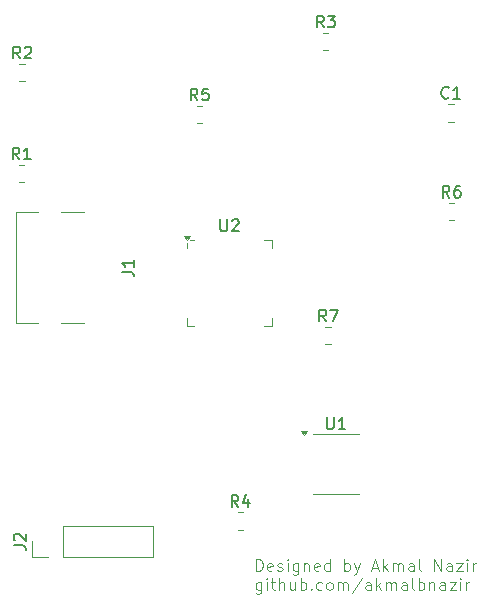
<source format=gbr>
%TF.GenerationSoftware,KiCad,Pcbnew,8.0.6*%
%TF.CreationDate,2025-05-13T17:33:06-04:00*%
%TF.ProjectId,USB-Voltage-Tester,5553422d-566f-46c7-9461-67652d546573,rev?*%
%TF.SameCoordinates,Original*%
%TF.FileFunction,Legend,Top*%
%TF.FilePolarity,Positive*%
%FSLAX46Y46*%
G04 Gerber Fmt 4.6, Leading zero omitted, Abs format (unit mm)*
G04 Created by KiCad (PCBNEW 8.0.6) date 2025-05-13 17:33:06*
%MOMM*%
%LPD*%
G01*
G04 APERTURE LIST*
%ADD10C,0.100000*%
%ADD11C,0.150000*%
%ADD12C,0.120000*%
G04 APERTURE END LIST*
D10*
X45160284Y-74843475D02*
X45160284Y-73843475D01*
X45160284Y-73843475D02*
X45398379Y-73843475D01*
X45398379Y-73843475D02*
X45541236Y-73891094D01*
X45541236Y-73891094D02*
X45636474Y-73986332D01*
X45636474Y-73986332D02*
X45684093Y-74081570D01*
X45684093Y-74081570D02*
X45731712Y-74272046D01*
X45731712Y-74272046D02*
X45731712Y-74414903D01*
X45731712Y-74414903D02*
X45684093Y-74605379D01*
X45684093Y-74605379D02*
X45636474Y-74700617D01*
X45636474Y-74700617D02*
X45541236Y-74795856D01*
X45541236Y-74795856D02*
X45398379Y-74843475D01*
X45398379Y-74843475D02*
X45160284Y-74843475D01*
X46541236Y-74795856D02*
X46445998Y-74843475D01*
X46445998Y-74843475D02*
X46255522Y-74843475D01*
X46255522Y-74843475D02*
X46160284Y-74795856D01*
X46160284Y-74795856D02*
X46112665Y-74700617D01*
X46112665Y-74700617D02*
X46112665Y-74319665D01*
X46112665Y-74319665D02*
X46160284Y-74224427D01*
X46160284Y-74224427D02*
X46255522Y-74176808D01*
X46255522Y-74176808D02*
X46445998Y-74176808D01*
X46445998Y-74176808D02*
X46541236Y-74224427D01*
X46541236Y-74224427D02*
X46588855Y-74319665D01*
X46588855Y-74319665D02*
X46588855Y-74414903D01*
X46588855Y-74414903D02*
X46112665Y-74510141D01*
X46969808Y-74795856D02*
X47065046Y-74843475D01*
X47065046Y-74843475D02*
X47255522Y-74843475D01*
X47255522Y-74843475D02*
X47350760Y-74795856D01*
X47350760Y-74795856D02*
X47398379Y-74700617D01*
X47398379Y-74700617D02*
X47398379Y-74652998D01*
X47398379Y-74652998D02*
X47350760Y-74557760D01*
X47350760Y-74557760D02*
X47255522Y-74510141D01*
X47255522Y-74510141D02*
X47112665Y-74510141D01*
X47112665Y-74510141D02*
X47017427Y-74462522D01*
X47017427Y-74462522D02*
X46969808Y-74367284D01*
X46969808Y-74367284D02*
X46969808Y-74319665D01*
X46969808Y-74319665D02*
X47017427Y-74224427D01*
X47017427Y-74224427D02*
X47112665Y-74176808D01*
X47112665Y-74176808D02*
X47255522Y-74176808D01*
X47255522Y-74176808D02*
X47350760Y-74224427D01*
X47826951Y-74843475D02*
X47826951Y-74176808D01*
X47826951Y-73843475D02*
X47779332Y-73891094D01*
X47779332Y-73891094D02*
X47826951Y-73938713D01*
X47826951Y-73938713D02*
X47874570Y-73891094D01*
X47874570Y-73891094D02*
X47826951Y-73843475D01*
X47826951Y-73843475D02*
X47826951Y-73938713D01*
X48731712Y-74176808D02*
X48731712Y-74986332D01*
X48731712Y-74986332D02*
X48684093Y-75081570D01*
X48684093Y-75081570D02*
X48636474Y-75129189D01*
X48636474Y-75129189D02*
X48541236Y-75176808D01*
X48541236Y-75176808D02*
X48398379Y-75176808D01*
X48398379Y-75176808D02*
X48303141Y-75129189D01*
X48731712Y-74795856D02*
X48636474Y-74843475D01*
X48636474Y-74843475D02*
X48445998Y-74843475D01*
X48445998Y-74843475D02*
X48350760Y-74795856D01*
X48350760Y-74795856D02*
X48303141Y-74748236D01*
X48303141Y-74748236D02*
X48255522Y-74652998D01*
X48255522Y-74652998D02*
X48255522Y-74367284D01*
X48255522Y-74367284D02*
X48303141Y-74272046D01*
X48303141Y-74272046D02*
X48350760Y-74224427D01*
X48350760Y-74224427D02*
X48445998Y-74176808D01*
X48445998Y-74176808D02*
X48636474Y-74176808D01*
X48636474Y-74176808D02*
X48731712Y-74224427D01*
X49207903Y-74176808D02*
X49207903Y-74843475D01*
X49207903Y-74272046D02*
X49255522Y-74224427D01*
X49255522Y-74224427D02*
X49350760Y-74176808D01*
X49350760Y-74176808D02*
X49493617Y-74176808D01*
X49493617Y-74176808D02*
X49588855Y-74224427D01*
X49588855Y-74224427D02*
X49636474Y-74319665D01*
X49636474Y-74319665D02*
X49636474Y-74843475D01*
X50493617Y-74795856D02*
X50398379Y-74843475D01*
X50398379Y-74843475D02*
X50207903Y-74843475D01*
X50207903Y-74843475D02*
X50112665Y-74795856D01*
X50112665Y-74795856D02*
X50065046Y-74700617D01*
X50065046Y-74700617D02*
X50065046Y-74319665D01*
X50065046Y-74319665D02*
X50112665Y-74224427D01*
X50112665Y-74224427D02*
X50207903Y-74176808D01*
X50207903Y-74176808D02*
X50398379Y-74176808D01*
X50398379Y-74176808D02*
X50493617Y-74224427D01*
X50493617Y-74224427D02*
X50541236Y-74319665D01*
X50541236Y-74319665D02*
X50541236Y-74414903D01*
X50541236Y-74414903D02*
X50065046Y-74510141D01*
X51398379Y-74843475D02*
X51398379Y-73843475D01*
X51398379Y-74795856D02*
X51303141Y-74843475D01*
X51303141Y-74843475D02*
X51112665Y-74843475D01*
X51112665Y-74843475D02*
X51017427Y-74795856D01*
X51017427Y-74795856D02*
X50969808Y-74748236D01*
X50969808Y-74748236D02*
X50922189Y-74652998D01*
X50922189Y-74652998D02*
X50922189Y-74367284D01*
X50922189Y-74367284D02*
X50969808Y-74272046D01*
X50969808Y-74272046D02*
X51017427Y-74224427D01*
X51017427Y-74224427D02*
X51112665Y-74176808D01*
X51112665Y-74176808D02*
X51303141Y-74176808D01*
X51303141Y-74176808D02*
X51398379Y-74224427D01*
X52636475Y-74843475D02*
X52636475Y-73843475D01*
X52636475Y-74224427D02*
X52731713Y-74176808D01*
X52731713Y-74176808D02*
X52922189Y-74176808D01*
X52922189Y-74176808D02*
X53017427Y-74224427D01*
X53017427Y-74224427D02*
X53065046Y-74272046D01*
X53065046Y-74272046D02*
X53112665Y-74367284D01*
X53112665Y-74367284D02*
X53112665Y-74652998D01*
X53112665Y-74652998D02*
X53065046Y-74748236D01*
X53065046Y-74748236D02*
X53017427Y-74795856D01*
X53017427Y-74795856D02*
X52922189Y-74843475D01*
X52922189Y-74843475D02*
X52731713Y-74843475D01*
X52731713Y-74843475D02*
X52636475Y-74795856D01*
X53445999Y-74176808D02*
X53684094Y-74843475D01*
X53922189Y-74176808D02*
X53684094Y-74843475D01*
X53684094Y-74843475D02*
X53588856Y-75081570D01*
X53588856Y-75081570D02*
X53541237Y-75129189D01*
X53541237Y-75129189D02*
X53445999Y-75176808D01*
X55017428Y-74557760D02*
X55493618Y-74557760D01*
X54922190Y-74843475D02*
X55255523Y-73843475D01*
X55255523Y-73843475D02*
X55588856Y-74843475D01*
X55922190Y-74843475D02*
X55922190Y-73843475D01*
X56017428Y-74462522D02*
X56303142Y-74843475D01*
X56303142Y-74176808D02*
X55922190Y-74557760D01*
X56731714Y-74843475D02*
X56731714Y-74176808D01*
X56731714Y-74272046D02*
X56779333Y-74224427D01*
X56779333Y-74224427D02*
X56874571Y-74176808D01*
X56874571Y-74176808D02*
X57017428Y-74176808D01*
X57017428Y-74176808D02*
X57112666Y-74224427D01*
X57112666Y-74224427D02*
X57160285Y-74319665D01*
X57160285Y-74319665D02*
X57160285Y-74843475D01*
X57160285Y-74319665D02*
X57207904Y-74224427D01*
X57207904Y-74224427D02*
X57303142Y-74176808D01*
X57303142Y-74176808D02*
X57445999Y-74176808D01*
X57445999Y-74176808D02*
X57541238Y-74224427D01*
X57541238Y-74224427D02*
X57588857Y-74319665D01*
X57588857Y-74319665D02*
X57588857Y-74843475D01*
X58493618Y-74843475D02*
X58493618Y-74319665D01*
X58493618Y-74319665D02*
X58445999Y-74224427D01*
X58445999Y-74224427D02*
X58350761Y-74176808D01*
X58350761Y-74176808D02*
X58160285Y-74176808D01*
X58160285Y-74176808D02*
X58065047Y-74224427D01*
X58493618Y-74795856D02*
X58398380Y-74843475D01*
X58398380Y-74843475D02*
X58160285Y-74843475D01*
X58160285Y-74843475D02*
X58065047Y-74795856D01*
X58065047Y-74795856D02*
X58017428Y-74700617D01*
X58017428Y-74700617D02*
X58017428Y-74605379D01*
X58017428Y-74605379D02*
X58065047Y-74510141D01*
X58065047Y-74510141D02*
X58160285Y-74462522D01*
X58160285Y-74462522D02*
X58398380Y-74462522D01*
X58398380Y-74462522D02*
X58493618Y-74414903D01*
X59112666Y-74843475D02*
X59017428Y-74795856D01*
X59017428Y-74795856D02*
X58969809Y-74700617D01*
X58969809Y-74700617D02*
X58969809Y-73843475D01*
X60255524Y-74843475D02*
X60255524Y-73843475D01*
X60255524Y-73843475D02*
X60826952Y-74843475D01*
X60826952Y-74843475D02*
X60826952Y-73843475D01*
X61731714Y-74843475D02*
X61731714Y-74319665D01*
X61731714Y-74319665D02*
X61684095Y-74224427D01*
X61684095Y-74224427D02*
X61588857Y-74176808D01*
X61588857Y-74176808D02*
X61398381Y-74176808D01*
X61398381Y-74176808D02*
X61303143Y-74224427D01*
X61731714Y-74795856D02*
X61636476Y-74843475D01*
X61636476Y-74843475D02*
X61398381Y-74843475D01*
X61398381Y-74843475D02*
X61303143Y-74795856D01*
X61303143Y-74795856D02*
X61255524Y-74700617D01*
X61255524Y-74700617D02*
X61255524Y-74605379D01*
X61255524Y-74605379D02*
X61303143Y-74510141D01*
X61303143Y-74510141D02*
X61398381Y-74462522D01*
X61398381Y-74462522D02*
X61636476Y-74462522D01*
X61636476Y-74462522D02*
X61731714Y-74414903D01*
X62112667Y-74176808D02*
X62636476Y-74176808D01*
X62636476Y-74176808D02*
X62112667Y-74843475D01*
X62112667Y-74843475D02*
X62636476Y-74843475D01*
X63017429Y-74843475D02*
X63017429Y-74176808D01*
X63017429Y-73843475D02*
X62969810Y-73891094D01*
X62969810Y-73891094D02*
X63017429Y-73938713D01*
X63017429Y-73938713D02*
X63065048Y-73891094D01*
X63065048Y-73891094D02*
X63017429Y-73843475D01*
X63017429Y-73843475D02*
X63017429Y-73938713D01*
X63493619Y-74843475D02*
X63493619Y-74176808D01*
X63493619Y-74367284D02*
X63541238Y-74272046D01*
X63541238Y-74272046D02*
X63588857Y-74224427D01*
X63588857Y-74224427D02*
X63684095Y-74176808D01*
X63684095Y-74176808D02*
X63779333Y-74176808D01*
X45588855Y-75786752D02*
X45588855Y-76596276D01*
X45588855Y-76596276D02*
X45541236Y-76691514D01*
X45541236Y-76691514D02*
X45493617Y-76739133D01*
X45493617Y-76739133D02*
X45398379Y-76786752D01*
X45398379Y-76786752D02*
X45255522Y-76786752D01*
X45255522Y-76786752D02*
X45160284Y-76739133D01*
X45588855Y-76405800D02*
X45493617Y-76453419D01*
X45493617Y-76453419D02*
X45303141Y-76453419D01*
X45303141Y-76453419D02*
X45207903Y-76405800D01*
X45207903Y-76405800D02*
X45160284Y-76358180D01*
X45160284Y-76358180D02*
X45112665Y-76262942D01*
X45112665Y-76262942D02*
X45112665Y-75977228D01*
X45112665Y-75977228D02*
X45160284Y-75881990D01*
X45160284Y-75881990D02*
X45207903Y-75834371D01*
X45207903Y-75834371D02*
X45303141Y-75786752D01*
X45303141Y-75786752D02*
X45493617Y-75786752D01*
X45493617Y-75786752D02*
X45588855Y-75834371D01*
X46065046Y-76453419D02*
X46065046Y-75786752D01*
X46065046Y-75453419D02*
X46017427Y-75501038D01*
X46017427Y-75501038D02*
X46065046Y-75548657D01*
X46065046Y-75548657D02*
X46112665Y-75501038D01*
X46112665Y-75501038D02*
X46065046Y-75453419D01*
X46065046Y-75453419D02*
X46065046Y-75548657D01*
X46398379Y-75786752D02*
X46779331Y-75786752D01*
X46541236Y-75453419D02*
X46541236Y-76310561D01*
X46541236Y-76310561D02*
X46588855Y-76405800D01*
X46588855Y-76405800D02*
X46684093Y-76453419D01*
X46684093Y-76453419D02*
X46779331Y-76453419D01*
X47112665Y-76453419D02*
X47112665Y-75453419D01*
X47541236Y-76453419D02*
X47541236Y-75929609D01*
X47541236Y-75929609D02*
X47493617Y-75834371D01*
X47493617Y-75834371D02*
X47398379Y-75786752D01*
X47398379Y-75786752D02*
X47255522Y-75786752D01*
X47255522Y-75786752D02*
X47160284Y-75834371D01*
X47160284Y-75834371D02*
X47112665Y-75881990D01*
X48445998Y-75786752D02*
X48445998Y-76453419D01*
X48017427Y-75786752D02*
X48017427Y-76310561D01*
X48017427Y-76310561D02*
X48065046Y-76405800D01*
X48065046Y-76405800D02*
X48160284Y-76453419D01*
X48160284Y-76453419D02*
X48303141Y-76453419D01*
X48303141Y-76453419D02*
X48398379Y-76405800D01*
X48398379Y-76405800D02*
X48445998Y-76358180D01*
X48922189Y-76453419D02*
X48922189Y-75453419D01*
X48922189Y-75834371D02*
X49017427Y-75786752D01*
X49017427Y-75786752D02*
X49207903Y-75786752D01*
X49207903Y-75786752D02*
X49303141Y-75834371D01*
X49303141Y-75834371D02*
X49350760Y-75881990D01*
X49350760Y-75881990D02*
X49398379Y-75977228D01*
X49398379Y-75977228D02*
X49398379Y-76262942D01*
X49398379Y-76262942D02*
X49350760Y-76358180D01*
X49350760Y-76358180D02*
X49303141Y-76405800D01*
X49303141Y-76405800D02*
X49207903Y-76453419D01*
X49207903Y-76453419D02*
X49017427Y-76453419D01*
X49017427Y-76453419D02*
X48922189Y-76405800D01*
X49826951Y-76358180D02*
X49874570Y-76405800D01*
X49874570Y-76405800D02*
X49826951Y-76453419D01*
X49826951Y-76453419D02*
X49779332Y-76405800D01*
X49779332Y-76405800D02*
X49826951Y-76358180D01*
X49826951Y-76358180D02*
X49826951Y-76453419D01*
X50731712Y-76405800D02*
X50636474Y-76453419D01*
X50636474Y-76453419D02*
X50445998Y-76453419D01*
X50445998Y-76453419D02*
X50350760Y-76405800D01*
X50350760Y-76405800D02*
X50303141Y-76358180D01*
X50303141Y-76358180D02*
X50255522Y-76262942D01*
X50255522Y-76262942D02*
X50255522Y-75977228D01*
X50255522Y-75977228D02*
X50303141Y-75881990D01*
X50303141Y-75881990D02*
X50350760Y-75834371D01*
X50350760Y-75834371D02*
X50445998Y-75786752D01*
X50445998Y-75786752D02*
X50636474Y-75786752D01*
X50636474Y-75786752D02*
X50731712Y-75834371D01*
X51303141Y-76453419D02*
X51207903Y-76405800D01*
X51207903Y-76405800D02*
X51160284Y-76358180D01*
X51160284Y-76358180D02*
X51112665Y-76262942D01*
X51112665Y-76262942D02*
X51112665Y-75977228D01*
X51112665Y-75977228D02*
X51160284Y-75881990D01*
X51160284Y-75881990D02*
X51207903Y-75834371D01*
X51207903Y-75834371D02*
X51303141Y-75786752D01*
X51303141Y-75786752D02*
X51445998Y-75786752D01*
X51445998Y-75786752D02*
X51541236Y-75834371D01*
X51541236Y-75834371D02*
X51588855Y-75881990D01*
X51588855Y-75881990D02*
X51636474Y-75977228D01*
X51636474Y-75977228D02*
X51636474Y-76262942D01*
X51636474Y-76262942D02*
X51588855Y-76358180D01*
X51588855Y-76358180D02*
X51541236Y-76405800D01*
X51541236Y-76405800D02*
X51445998Y-76453419D01*
X51445998Y-76453419D02*
X51303141Y-76453419D01*
X52065046Y-76453419D02*
X52065046Y-75786752D01*
X52065046Y-75881990D02*
X52112665Y-75834371D01*
X52112665Y-75834371D02*
X52207903Y-75786752D01*
X52207903Y-75786752D02*
X52350760Y-75786752D01*
X52350760Y-75786752D02*
X52445998Y-75834371D01*
X52445998Y-75834371D02*
X52493617Y-75929609D01*
X52493617Y-75929609D02*
X52493617Y-76453419D01*
X52493617Y-75929609D02*
X52541236Y-75834371D01*
X52541236Y-75834371D02*
X52636474Y-75786752D01*
X52636474Y-75786752D02*
X52779331Y-75786752D01*
X52779331Y-75786752D02*
X52874570Y-75834371D01*
X52874570Y-75834371D02*
X52922189Y-75929609D01*
X52922189Y-75929609D02*
X52922189Y-76453419D01*
X54112664Y-75405800D02*
X53255522Y-76691514D01*
X54874569Y-76453419D02*
X54874569Y-75929609D01*
X54874569Y-75929609D02*
X54826950Y-75834371D01*
X54826950Y-75834371D02*
X54731712Y-75786752D01*
X54731712Y-75786752D02*
X54541236Y-75786752D01*
X54541236Y-75786752D02*
X54445998Y-75834371D01*
X54874569Y-76405800D02*
X54779331Y-76453419D01*
X54779331Y-76453419D02*
X54541236Y-76453419D01*
X54541236Y-76453419D02*
X54445998Y-76405800D01*
X54445998Y-76405800D02*
X54398379Y-76310561D01*
X54398379Y-76310561D02*
X54398379Y-76215323D01*
X54398379Y-76215323D02*
X54445998Y-76120085D01*
X54445998Y-76120085D02*
X54541236Y-76072466D01*
X54541236Y-76072466D02*
X54779331Y-76072466D01*
X54779331Y-76072466D02*
X54874569Y-76024847D01*
X55350760Y-76453419D02*
X55350760Y-75453419D01*
X55445998Y-76072466D02*
X55731712Y-76453419D01*
X55731712Y-75786752D02*
X55350760Y-76167704D01*
X56160284Y-76453419D02*
X56160284Y-75786752D01*
X56160284Y-75881990D02*
X56207903Y-75834371D01*
X56207903Y-75834371D02*
X56303141Y-75786752D01*
X56303141Y-75786752D02*
X56445998Y-75786752D01*
X56445998Y-75786752D02*
X56541236Y-75834371D01*
X56541236Y-75834371D02*
X56588855Y-75929609D01*
X56588855Y-75929609D02*
X56588855Y-76453419D01*
X56588855Y-75929609D02*
X56636474Y-75834371D01*
X56636474Y-75834371D02*
X56731712Y-75786752D01*
X56731712Y-75786752D02*
X56874569Y-75786752D01*
X56874569Y-75786752D02*
X56969808Y-75834371D01*
X56969808Y-75834371D02*
X57017427Y-75929609D01*
X57017427Y-75929609D02*
X57017427Y-76453419D01*
X57922188Y-76453419D02*
X57922188Y-75929609D01*
X57922188Y-75929609D02*
X57874569Y-75834371D01*
X57874569Y-75834371D02*
X57779331Y-75786752D01*
X57779331Y-75786752D02*
X57588855Y-75786752D01*
X57588855Y-75786752D02*
X57493617Y-75834371D01*
X57922188Y-76405800D02*
X57826950Y-76453419D01*
X57826950Y-76453419D02*
X57588855Y-76453419D01*
X57588855Y-76453419D02*
X57493617Y-76405800D01*
X57493617Y-76405800D02*
X57445998Y-76310561D01*
X57445998Y-76310561D02*
X57445998Y-76215323D01*
X57445998Y-76215323D02*
X57493617Y-76120085D01*
X57493617Y-76120085D02*
X57588855Y-76072466D01*
X57588855Y-76072466D02*
X57826950Y-76072466D01*
X57826950Y-76072466D02*
X57922188Y-76024847D01*
X58541236Y-76453419D02*
X58445998Y-76405800D01*
X58445998Y-76405800D02*
X58398379Y-76310561D01*
X58398379Y-76310561D02*
X58398379Y-75453419D01*
X58922189Y-76453419D02*
X58922189Y-75453419D01*
X58922189Y-75834371D02*
X59017427Y-75786752D01*
X59017427Y-75786752D02*
X59207903Y-75786752D01*
X59207903Y-75786752D02*
X59303141Y-75834371D01*
X59303141Y-75834371D02*
X59350760Y-75881990D01*
X59350760Y-75881990D02*
X59398379Y-75977228D01*
X59398379Y-75977228D02*
X59398379Y-76262942D01*
X59398379Y-76262942D02*
X59350760Y-76358180D01*
X59350760Y-76358180D02*
X59303141Y-76405800D01*
X59303141Y-76405800D02*
X59207903Y-76453419D01*
X59207903Y-76453419D02*
X59017427Y-76453419D01*
X59017427Y-76453419D02*
X58922189Y-76405800D01*
X59826951Y-75786752D02*
X59826951Y-76453419D01*
X59826951Y-75881990D02*
X59874570Y-75834371D01*
X59874570Y-75834371D02*
X59969808Y-75786752D01*
X59969808Y-75786752D02*
X60112665Y-75786752D01*
X60112665Y-75786752D02*
X60207903Y-75834371D01*
X60207903Y-75834371D02*
X60255522Y-75929609D01*
X60255522Y-75929609D02*
X60255522Y-76453419D01*
X61160284Y-76453419D02*
X61160284Y-75929609D01*
X61160284Y-75929609D02*
X61112665Y-75834371D01*
X61112665Y-75834371D02*
X61017427Y-75786752D01*
X61017427Y-75786752D02*
X60826951Y-75786752D01*
X60826951Y-75786752D02*
X60731713Y-75834371D01*
X61160284Y-76405800D02*
X61065046Y-76453419D01*
X61065046Y-76453419D02*
X60826951Y-76453419D01*
X60826951Y-76453419D02*
X60731713Y-76405800D01*
X60731713Y-76405800D02*
X60684094Y-76310561D01*
X60684094Y-76310561D02*
X60684094Y-76215323D01*
X60684094Y-76215323D02*
X60731713Y-76120085D01*
X60731713Y-76120085D02*
X60826951Y-76072466D01*
X60826951Y-76072466D02*
X61065046Y-76072466D01*
X61065046Y-76072466D02*
X61160284Y-76024847D01*
X61541237Y-75786752D02*
X62065046Y-75786752D01*
X62065046Y-75786752D02*
X61541237Y-76453419D01*
X61541237Y-76453419D02*
X62065046Y-76453419D01*
X62445999Y-76453419D02*
X62445999Y-75786752D01*
X62445999Y-75453419D02*
X62398380Y-75501038D01*
X62398380Y-75501038D02*
X62445999Y-75548657D01*
X62445999Y-75548657D02*
X62493618Y-75501038D01*
X62493618Y-75501038D02*
X62445999Y-75453419D01*
X62445999Y-75453419D02*
X62445999Y-75548657D01*
X62922189Y-76453419D02*
X62922189Y-75786752D01*
X62922189Y-75977228D02*
X62969808Y-75881990D01*
X62969808Y-75881990D02*
X63017427Y-75834371D01*
X63017427Y-75834371D02*
X63112665Y-75786752D01*
X63112665Y-75786752D02*
X63207903Y-75786752D01*
D11*
X33808219Y-49521133D02*
X34522504Y-49521133D01*
X34522504Y-49521133D02*
X34665361Y-49568752D01*
X34665361Y-49568752D02*
X34760600Y-49663990D01*
X34760600Y-49663990D02*
X34808219Y-49806847D01*
X34808219Y-49806847D02*
X34808219Y-49902085D01*
X34808219Y-48521133D02*
X34808219Y-49092561D01*
X34808219Y-48806847D02*
X33808219Y-48806847D01*
X33808219Y-48806847D02*
X33951076Y-48902085D01*
X33951076Y-48902085D02*
X34046314Y-48997323D01*
X34046314Y-48997323D02*
X34093933Y-49092561D01*
X42129495Y-45077719D02*
X42129495Y-45887242D01*
X42129495Y-45887242D02*
X42177114Y-45982480D01*
X42177114Y-45982480D02*
X42224733Y-46030100D01*
X42224733Y-46030100D02*
X42319971Y-46077719D01*
X42319971Y-46077719D02*
X42510447Y-46077719D01*
X42510447Y-46077719D02*
X42605685Y-46030100D01*
X42605685Y-46030100D02*
X42653304Y-45982480D01*
X42653304Y-45982480D02*
X42700923Y-45887242D01*
X42700923Y-45887242D02*
X42700923Y-45077719D01*
X43129495Y-45172957D02*
X43177114Y-45125338D01*
X43177114Y-45125338D02*
X43272352Y-45077719D01*
X43272352Y-45077719D02*
X43510447Y-45077719D01*
X43510447Y-45077719D02*
X43605685Y-45125338D01*
X43605685Y-45125338D02*
X43653304Y-45172957D01*
X43653304Y-45172957D02*
X43700923Y-45268195D01*
X43700923Y-45268195D02*
X43700923Y-45363433D01*
X43700923Y-45363433D02*
X43653304Y-45506290D01*
X43653304Y-45506290D02*
X43081876Y-46077719D01*
X43081876Y-46077719D02*
X43700923Y-46077719D01*
X24643019Y-72672533D02*
X25357304Y-72672533D01*
X25357304Y-72672533D02*
X25500161Y-72720152D01*
X25500161Y-72720152D02*
X25595400Y-72815390D01*
X25595400Y-72815390D02*
X25643019Y-72958247D01*
X25643019Y-72958247D02*
X25643019Y-73053485D01*
X24738257Y-72243961D02*
X24690638Y-72196342D01*
X24690638Y-72196342D02*
X24643019Y-72101104D01*
X24643019Y-72101104D02*
X24643019Y-71863009D01*
X24643019Y-71863009D02*
X24690638Y-71767771D01*
X24690638Y-71767771D02*
X24738257Y-71720152D01*
X24738257Y-71720152D02*
X24833495Y-71672533D01*
X24833495Y-71672533D02*
X24928733Y-71672533D01*
X24928733Y-71672533D02*
X25071590Y-71720152D01*
X25071590Y-71720152D02*
X25643019Y-72291580D01*
X25643019Y-72291580D02*
X25643019Y-71672533D01*
X25106333Y-40003619D02*
X24773000Y-39527428D01*
X24534905Y-40003619D02*
X24534905Y-39003619D01*
X24534905Y-39003619D02*
X24915857Y-39003619D01*
X24915857Y-39003619D02*
X25011095Y-39051238D01*
X25011095Y-39051238D02*
X25058714Y-39098857D01*
X25058714Y-39098857D02*
X25106333Y-39194095D01*
X25106333Y-39194095D02*
X25106333Y-39336952D01*
X25106333Y-39336952D02*
X25058714Y-39432190D01*
X25058714Y-39432190D02*
X25011095Y-39479809D01*
X25011095Y-39479809D02*
X24915857Y-39527428D01*
X24915857Y-39527428D02*
X24534905Y-39527428D01*
X26058714Y-40003619D02*
X25487286Y-40003619D01*
X25773000Y-40003619D02*
X25773000Y-39003619D01*
X25773000Y-39003619D02*
X25677762Y-39146476D01*
X25677762Y-39146476D02*
X25582524Y-39241714D01*
X25582524Y-39241714D02*
X25487286Y-39289333D01*
X61468233Y-34753580D02*
X61420614Y-34801200D01*
X61420614Y-34801200D02*
X61277757Y-34848819D01*
X61277757Y-34848819D02*
X61182519Y-34848819D01*
X61182519Y-34848819D02*
X61039662Y-34801200D01*
X61039662Y-34801200D02*
X60944424Y-34705961D01*
X60944424Y-34705961D02*
X60896805Y-34610723D01*
X60896805Y-34610723D02*
X60849186Y-34420247D01*
X60849186Y-34420247D02*
X60849186Y-34277390D01*
X60849186Y-34277390D02*
X60896805Y-34086914D01*
X60896805Y-34086914D02*
X60944424Y-33991676D01*
X60944424Y-33991676D02*
X61039662Y-33896438D01*
X61039662Y-33896438D02*
X61182519Y-33848819D01*
X61182519Y-33848819D02*
X61277757Y-33848819D01*
X61277757Y-33848819D02*
X61420614Y-33896438D01*
X61420614Y-33896438D02*
X61468233Y-33944057D01*
X62420614Y-34848819D02*
X61849186Y-34848819D01*
X62134900Y-34848819D02*
X62134900Y-33848819D01*
X62134900Y-33848819D02*
X62039662Y-33991676D01*
X62039662Y-33991676D02*
X61944424Y-34086914D01*
X61944424Y-34086914D02*
X61849186Y-34134533D01*
X25182533Y-31443819D02*
X24849200Y-30967628D01*
X24611105Y-31443819D02*
X24611105Y-30443819D01*
X24611105Y-30443819D02*
X24992057Y-30443819D01*
X24992057Y-30443819D02*
X25087295Y-30491438D01*
X25087295Y-30491438D02*
X25134914Y-30539057D01*
X25134914Y-30539057D02*
X25182533Y-30634295D01*
X25182533Y-30634295D02*
X25182533Y-30777152D01*
X25182533Y-30777152D02*
X25134914Y-30872390D01*
X25134914Y-30872390D02*
X25087295Y-30920009D01*
X25087295Y-30920009D02*
X24992057Y-30967628D01*
X24992057Y-30967628D02*
X24611105Y-30967628D01*
X25563486Y-30539057D02*
X25611105Y-30491438D01*
X25611105Y-30491438D02*
X25706343Y-30443819D01*
X25706343Y-30443819D02*
X25944438Y-30443819D01*
X25944438Y-30443819D02*
X26039676Y-30491438D01*
X26039676Y-30491438D02*
X26087295Y-30539057D01*
X26087295Y-30539057D02*
X26134914Y-30634295D01*
X26134914Y-30634295D02*
X26134914Y-30729533D01*
X26134914Y-30729533D02*
X26087295Y-30872390D01*
X26087295Y-30872390D02*
X25515867Y-31443819D01*
X25515867Y-31443819D02*
X26134914Y-31443819D01*
X51090533Y-53719619D02*
X50757200Y-53243428D01*
X50519105Y-53719619D02*
X50519105Y-52719619D01*
X50519105Y-52719619D02*
X50900057Y-52719619D01*
X50900057Y-52719619D02*
X50995295Y-52767238D01*
X50995295Y-52767238D02*
X51042914Y-52814857D01*
X51042914Y-52814857D02*
X51090533Y-52910095D01*
X51090533Y-52910095D02*
X51090533Y-53052952D01*
X51090533Y-53052952D02*
X51042914Y-53148190D01*
X51042914Y-53148190D02*
X50995295Y-53195809D01*
X50995295Y-53195809D02*
X50900057Y-53243428D01*
X50900057Y-53243428D02*
X50519105Y-53243428D01*
X51423867Y-52719619D02*
X52090533Y-52719619D01*
X52090533Y-52719619D02*
X51661962Y-53719619D01*
X51144495Y-61840819D02*
X51144495Y-62650342D01*
X51144495Y-62650342D02*
X51192114Y-62745580D01*
X51192114Y-62745580D02*
X51239733Y-62793200D01*
X51239733Y-62793200D02*
X51334971Y-62840819D01*
X51334971Y-62840819D02*
X51525447Y-62840819D01*
X51525447Y-62840819D02*
X51620685Y-62793200D01*
X51620685Y-62793200D02*
X51668304Y-62745580D01*
X51668304Y-62745580D02*
X51715923Y-62650342D01*
X51715923Y-62650342D02*
X51715923Y-61840819D01*
X52715923Y-62840819D02*
X52144495Y-62840819D01*
X52430209Y-62840819D02*
X52430209Y-61840819D01*
X52430209Y-61840819D02*
X52334971Y-61983676D01*
X52334971Y-61983676D02*
X52239733Y-62078914D01*
X52239733Y-62078914D02*
X52144495Y-62126533D01*
X40193933Y-34999819D02*
X39860600Y-34523628D01*
X39622505Y-34999819D02*
X39622505Y-33999819D01*
X39622505Y-33999819D02*
X40003457Y-33999819D01*
X40003457Y-33999819D02*
X40098695Y-34047438D01*
X40098695Y-34047438D02*
X40146314Y-34095057D01*
X40146314Y-34095057D02*
X40193933Y-34190295D01*
X40193933Y-34190295D02*
X40193933Y-34333152D01*
X40193933Y-34333152D02*
X40146314Y-34428390D01*
X40146314Y-34428390D02*
X40098695Y-34476009D01*
X40098695Y-34476009D02*
X40003457Y-34523628D01*
X40003457Y-34523628D02*
X39622505Y-34523628D01*
X41098695Y-33999819D02*
X40622505Y-33999819D01*
X40622505Y-33999819D02*
X40574886Y-34476009D01*
X40574886Y-34476009D02*
X40622505Y-34428390D01*
X40622505Y-34428390D02*
X40717743Y-34380771D01*
X40717743Y-34380771D02*
X40955838Y-34380771D01*
X40955838Y-34380771D02*
X41051076Y-34428390D01*
X41051076Y-34428390D02*
X41098695Y-34476009D01*
X41098695Y-34476009D02*
X41146314Y-34571247D01*
X41146314Y-34571247D02*
X41146314Y-34809342D01*
X41146314Y-34809342D02*
X41098695Y-34904580D01*
X41098695Y-34904580D02*
X41051076Y-34952200D01*
X41051076Y-34952200D02*
X40955838Y-34999819D01*
X40955838Y-34999819D02*
X40717743Y-34999819D01*
X40717743Y-34999819D02*
X40622505Y-34952200D01*
X40622505Y-34952200D02*
X40574886Y-34904580D01*
X50887333Y-28827619D02*
X50554000Y-28351428D01*
X50315905Y-28827619D02*
X50315905Y-27827619D01*
X50315905Y-27827619D02*
X50696857Y-27827619D01*
X50696857Y-27827619D02*
X50792095Y-27875238D01*
X50792095Y-27875238D02*
X50839714Y-27922857D01*
X50839714Y-27922857D02*
X50887333Y-28018095D01*
X50887333Y-28018095D02*
X50887333Y-28160952D01*
X50887333Y-28160952D02*
X50839714Y-28256190D01*
X50839714Y-28256190D02*
X50792095Y-28303809D01*
X50792095Y-28303809D02*
X50696857Y-28351428D01*
X50696857Y-28351428D02*
X50315905Y-28351428D01*
X51220667Y-27827619D02*
X51839714Y-27827619D01*
X51839714Y-27827619D02*
X51506381Y-28208571D01*
X51506381Y-28208571D02*
X51649238Y-28208571D01*
X51649238Y-28208571D02*
X51744476Y-28256190D01*
X51744476Y-28256190D02*
X51792095Y-28303809D01*
X51792095Y-28303809D02*
X51839714Y-28399047D01*
X51839714Y-28399047D02*
X51839714Y-28637142D01*
X51839714Y-28637142D02*
X51792095Y-28732380D01*
X51792095Y-28732380D02*
X51744476Y-28780000D01*
X51744476Y-28780000D02*
X51649238Y-28827619D01*
X51649238Y-28827619D02*
X51363524Y-28827619D01*
X51363524Y-28827619D02*
X51268286Y-28780000D01*
X51268286Y-28780000D02*
X51220667Y-28732380D01*
X43648333Y-69416819D02*
X43315000Y-68940628D01*
X43076905Y-69416819D02*
X43076905Y-68416819D01*
X43076905Y-68416819D02*
X43457857Y-68416819D01*
X43457857Y-68416819D02*
X43553095Y-68464438D01*
X43553095Y-68464438D02*
X43600714Y-68512057D01*
X43600714Y-68512057D02*
X43648333Y-68607295D01*
X43648333Y-68607295D02*
X43648333Y-68750152D01*
X43648333Y-68750152D02*
X43600714Y-68845390D01*
X43600714Y-68845390D02*
X43553095Y-68893009D01*
X43553095Y-68893009D02*
X43457857Y-68940628D01*
X43457857Y-68940628D02*
X43076905Y-68940628D01*
X44505476Y-68750152D02*
X44505476Y-69416819D01*
X44267381Y-68369200D02*
X44029286Y-69083485D01*
X44029286Y-69083485D02*
X44648333Y-69083485D01*
X61529933Y-43229419D02*
X61196600Y-42753228D01*
X60958505Y-43229419D02*
X60958505Y-42229419D01*
X60958505Y-42229419D02*
X61339457Y-42229419D01*
X61339457Y-42229419D02*
X61434695Y-42277038D01*
X61434695Y-42277038D02*
X61482314Y-42324657D01*
X61482314Y-42324657D02*
X61529933Y-42419895D01*
X61529933Y-42419895D02*
X61529933Y-42562752D01*
X61529933Y-42562752D02*
X61482314Y-42657990D01*
X61482314Y-42657990D02*
X61434695Y-42705609D01*
X61434695Y-42705609D02*
X61339457Y-42753228D01*
X61339457Y-42753228D02*
X60958505Y-42753228D01*
X62387076Y-42229419D02*
X62196600Y-42229419D01*
X62196600Y-42229419D02*
X62101362Y-42277038D01*
X62101362Y-42277038D02*
X62053743Y-42324657D01*
X62053743Y-42324657D02*
X61958505Y-42467514D01*
X61958505Y-42467514D02*
X61910886Y-42657990D01*
X61910886Y-42657990D02*
X61910886Y-43038942D01*
X61910886Y-43038942D02*
X61958505Y-43134180D01*
X61958505Y-43134180D02*
X62006124Y-43181800D01*
X62006124Y-43181800D02*
X62101362Y-43229419D01*
X62101362Y-43229419D02*
X62291838Y-43229419D01*
X62291838Y-43229419D02*
X62387076Y-43181800D01*
X62387076Y-43181800D02*
X62434695Y-43134180D01*
X62434695Y-43134180D02*
X62482314Y-43038942D01*
X62482314Y-43038942D02*
X62482314Y-42800847D01*
X62482314Y-42800847D02*
X62434695Y-42705609D01*
X62434695Y-42705609D02*
X62387076Y-42657990D01*
X62387076Y-42657990D02*
X62291838Y-42610371D01*
X62291838Y-42610371D02*
X62101362Y-42610371D01*
X62101362Y-42610371D02*
X62006124Y-42657990D01*
X62006124Y-42657990D02*
X61958505Y-42705609D01*
X61958505Y-42705609D02*
X61910886Y-42800847D01*
D12*
%TO.C,J1*%
X24808400Y-44487800D02*
X24808400Y-53887800D01*
X26708400Y-44487800D02*
X24808400Y-44487800D01*
X26708400Y-53887800D02*
X24808400Y-53887800D01*
X30608400Y-44487800D02*
X28608400Y-44487800D01*
X30608400Y-53887800D02*
X28608400Y-53887800D01*
%TO.C,U2*%
X39281400Y-47492900D02*
X39281400Y-47082900D01*
X39281400Y-54062900D02*
X39281400Y-53412900D01*
X39931400Y-46842900D02*
X39581400Y-46842900D01*
X39931400Y-54062900D02*
X39281400Y-54062900D01*
X45851400Y-46842900D02*
X46501400Y-46842900D01*
X45851400Y-54062900D02*
X46501400Y-54062900D01*
X46501400Y-46842900D02*
X46501400Y-47492900D01*
X46501400Y-54062900D02*
X46501400Y-53412900D01*
X39281400Y-46842900D02*
X39041400Y-46512900D01*
X39521400Y-46512900D01*
X39281400Y-46842900D01*
G36*
X39281400Y-46842900D02*
G01*
X39041400Y-46512900D01*
X39521400Y-46512900D01*
X39281400Y-46842900D01*
G37*
%TO.C,J2*%
X26188200Y-73669200D02*
X26188200Y-72339200D01*
X27518200Y-73669200D02*
X26188200Y-73669200D01*
X28788200Y-71009200D02*
X36468200Y-71009200D01*
X28788200Y-73669200D02*
X28788200Y-71009200D01*
X28788200Y-73669200D02*
X36468200Y-73669200D01*
X36468200Y-73669200D02*
X36468200Y-71009200D01*
%TO.C,R1*%
X25045936Y-40463800D02*
X25500064Y-40463800D01*
X25045936Y-41933800D02*
X25500064Y-41933800D01*
%TO.C,C1*%
X61373648Y-35339000D02*
X61896152Y-35339000D01*
X61373648Y-36809000D02*
X61896152Y-36809000D01*
%TO.C,R2*%
X25122136Y-31904000D02*
X25576264Y-31904000D01*
X25122136Y-33374000D02*
X25576264Y-33374000D01*
%TO.C,R7*%
X51030136Y-54179800D02*
X51484264Y-54179800D01*
X51030136Y-55649800D02*
X51484264Y-55649800D01*
%TO.C,U1*%
X51906400Y-63226000D02*
X49956400Y-63226000D01*
X51906400Y-63226000D02*
X53856400Y-63226000D01*
X51906400Y-68346000D02*
X49956400Y-68346000D01*
X51906400Y-68346000D02*
X53856400Y-68346000D01*
X49206400Y-63321000D02*
X48966400Y-62991000D01*
X49446400Y-62991000D01*
X49206400Y-63321000D01*
G36*
X49206400Y-63321000D02*
G01*
X48966400Y-62991000D01*
X49446400Y-62991000D01*
X49206400Y-63321000D01*
G37*
%TO.C,R5*%
X40133536Y-35460000D02*
X40587664Y-35460000D01*
X40133536Y-36930000D02*
X40587664Y-36930000D01*
%TO.C,R3*%
X50826936Y-29287800D02*
X51281064Y-29287800D01*
X50826936Y-30757800D02*
X51281064Y-30757800D01*
%TO.C,R4*%
X43587936Y-69877000D02*
X44042064Y-69877000D01*
X43587936Y-71347000D02*
X44042064Y-71347000D01*
%TO.C,R6*%
X61469536Y-43689600D02*
X61923664Y-43689600D01*
X61469536Y-45159600D02*
X61923664Y-45159600D01*
%TD*%
M02*

</source>
